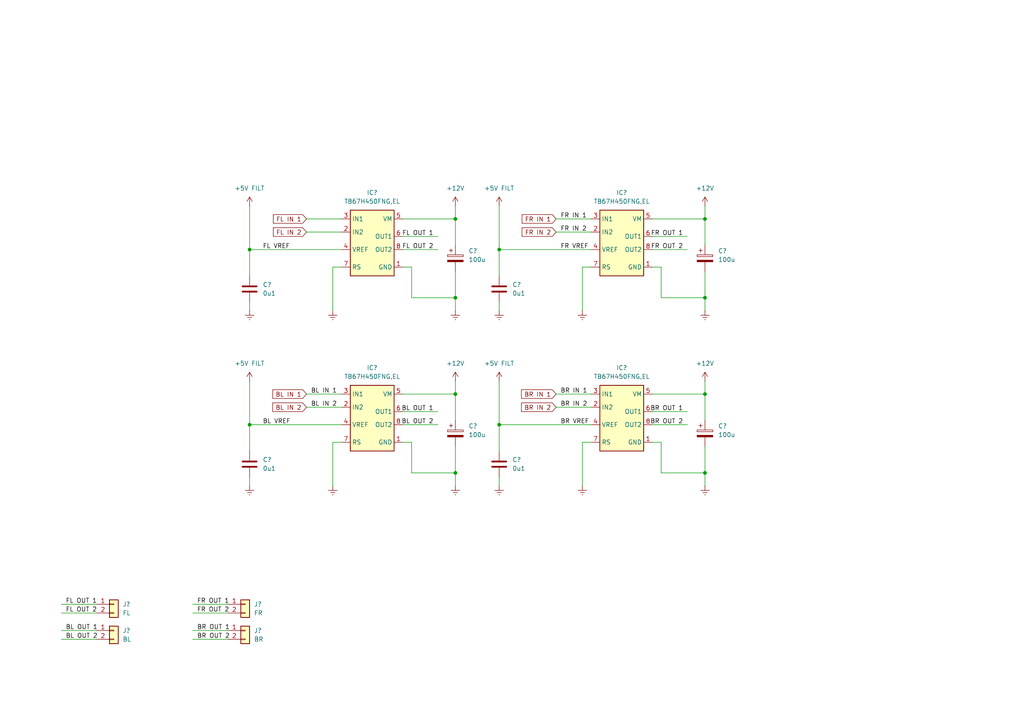
<source format=kicad_sch>
(kicad_sch (version 20231120) (generator "eeschema") (generator_version "8.0")
  (paper "A4")
  (lib_symbols
    (symbol "Connector_Generic:Conn_01x02" (pin_names (offset 1.016) hide)
      (property "Reference" "J" (at 0 2.54 0))
      (property "Value" "Conn_01x02" (at 0 -5.08 0))
      (symbol "Conn_01x02_1_1"
        (rectangle (start -1.27 -2.413) (end 0 -2.667) (stroke (width 0.1524)))
        (rectangle (start -1.27 0.127) (end 0 -0.127) (stroke (width 0.1524)))
        (rectangle (start -1.27 1.27) (end 1.27 -3.81) (stroke (width 0.254)) (fill (type background)))
        (pin passive line (at -5.08 0 0) (length 3.81) (name "Pin_1") (number "1"))
        (pin passive line (at -5.08 -2.54 0) (length 3.81) (name "Pin_2") (number "2"))
      )
    )
    (symbol "Device:C" (pin_numbers hide) (pin_names (offset 0.254))
      (property "Reference" "C" (at 0.635 2.54 0))
      (property "Value" "C" (at 0.635 -2.54 0))
      (symbol "C_0_1"
        (polyline (pts (xy -2.032 -0.762) (xy 2.032 -0.762)) (stroke (width 0.508)))
        (polyline (pts (xy -2.032 0.762) (xy 2.032 0.762)) (stroke (width 0.508)))
      )
      (symbol "C_1_1"
        (pin passive line (at 0 3.81 270) (length 2.794) (name "~") (number "1"))
        (pin passive line (at 0 -3.81 90) (length 2.794) (name "~") (number "2"))
      )
    )
    (symbol "Device:C_Polarized" (pin_numbers hide) (pin_names (offset 0.254))
      (property "Reference" "C" (at 0.635 2.54 0))
      (property "Value" "C_Polarized" (at 0.635 -2.54 0))
      (symbol "C_Polarized_0_1"
        (rectangle (start -2.286 0.508) (end 2.286 1.016))
        (polyline (pts (xy -1.778 2.286) (xy -0.762 2.286)))
        (polyline (pts (xy -1.27 2.794) (xy -1.27 1.778)))
        (rectangle (start 2.286 -0.508) (end -2.286 -1.016) (fill (type outline)))
      )
      (symbol "C_Polarized_1_1"
        (pin passive line (at 0 3.81 270) (length 2.794) (name "~") (number "1"))
        (pin passive line (at 0 -3.81 90) (length 2.794) (name "~") (number "2"))
      )
    )
    (symbol "power:+12V" (power) (pin_numbers hide) (pin_names (offset 0) hide)
      (property "Value" "+12V" (at 0 3.556 0))
      (symbol "+12V_0_1"
        (polyline (pts (xy -0.762 1.27) (xy 0 2.54)))
        (polyline (pts (xy 0 0) (xy 0 2.54)))
        (polyline (pts (xy 0 2.54) (xy 0.762 1.27)))
      )
      (symbol "+12V_1_1"
        (pin power_in line (at 0 0 90) (length 0) (name "~") (number "1"))
      )
    )
    (symbol "power:+5V" (power) (pin_numbers hide) (pin_names (offset 0) hide)
      (property "Value" "+5V" (at 0 3.556 0))
      (symbol "+5V_0_1"
        (polyline (pts (xy -0.762 1.27) (xy 0 2.54)))
        (polyline (pts (xy 0 0) (xy 0 2.54)))
        (polyline (pts (xy 0 2.54) (xy 0.762 1.27)))
      )
      (symbol "+5V_1_1"
        (pin power_in line (at 0 0 90) (length 0) (name "~") (number "1"))
      )
    )
    (symbol "power:GNDREF" (power) (pin_numbers hide) (pin_names (offset 0) hide)
      (property "Value" "GNDREF" (at 0 -3.81 0))
      (symbol "GNDREF_0_1"
        (polyline (pts (xy -0.635 -1.905) (xy 0.635 -1.905)))
        (polyline (pts (xy -0.127 -2.54) (xy 0.127 -2.54)))
        (polyline (pts (xy 0 -1.27) (xy 0 0)))
        (polyline (pts (xy 1.27 -1.27) (xy -1.27 -1.27)))
      )
      (symbol "GNDREF_1_1"
        (pin power_in line (at 0 0 270) (length 0) (name "~") (number "1"))
      )
    )
    (symbol "vincent:TB67H450FNG,EL"
      (property "Reference" "IC" (at 2.54 7.366 0))
      (property "Value" "TB67H450FNG,EL" (at 2.54 4.826 0))
      (symbol "TB67H450FNG,EL_1_1"
        (rectangle (start 2.54 2.54) (end 15.24 -16.51) (stroke (width 0.254)) (fill (type background)))
        (pin passive line (at 17.78 -13.97 180) (length 2.54) (name "GND") (number "1"))
        (pin passive line (at 0 -3.81 0) (length 2.54) (name "IN2") (number "2"))
        (pin passive line (at 0 0 0) (length 2.54) (name "IN1") (number "3"))
        (pin passive line (at 0 -8.89 0) (length 2.54) (name "VREF") (number "4"))
        (pin passive line (at 17.78 0 180) (length 2.54) (name "VM") (number "5"))
        (pin passive line (at 17.78 -5.08 180) (length 2.54) (name "OUT1") (number "6"))
        (pin passive line (at 0 -13.97 0) (length 2.54) (name "RS") (number "7"))
        (pin passive line (at 17.78 -8.89 180) (length 2.54) (name "OUT2") (number "8"))
        (pin passive line (at 17.78 -13.97 180) (length 2.54) hide (name "EP") (number "9"))
      )
    )
  )
  (junction (at 132.08 63.5))
  (junction (at 144.78 72.39))
  (junction (at 204.47 86.36))
  (junction (at 132.08 137.16))
  (junction (at 132.08 86.36))
  (junction (at 72.39 72.39))
  (junction (at 72.39 123.19))
  (junction (at 204.47 114.3))
  (junction (at 204.47 137.16))
  (junction (at 204.47 63.5))
  (junction (at 132.08 114.3))
  (junction (at 144.78 123.19))
  (wire (pts (xy 119.38 86.36) (xy 132.08 86.36)))
  (wire (pts (xy 204.47 121.92) (xy 204.47 114.3)))
  (wire (pts (xy 55.88 185.42) (xy 66.04 185.42)))
  (wire (pts (xy 17.78 185.42) (xy 27.94 185.42)))
  (wire (pts (xy 119.38 137.16) (xy 119.38 128.27)))
  (wire (pts (xy 189.23 119.38) (xy 199.39 119.38)))
  (wire (pts (xy 191.77 86.36) (xy 204.47 86.36)))
  (wire (pts (xy 144.78 72.39) (xy 144.78 80.01)))
  (wire (pts (xy 72.39 72.39) (xy 72.39 80.01)))
  (wire (pts (xy 119.38 128.27) (xy 116.84 128.27)))
  (wire (pts (xy 144.78 110.49) (xy 144.78 123.19)))
  (wire (pts (xy 191.77 77.47) (xy 189.23 77.47)))
  (wire (pts (xy 17.78 175.26) (xy 27.94 175.26)))
  (wire (pts (xy 17.78 182.88) (xy 27.94 182.88)))
  (wire (pts (xy 144.78 87.63) (xy 144.78 90.17)))
  (wire (pts (xy 144.78 72.39) (xy 171.45 72.39)))
  (wire (pts (xy 55.88 182.88) (xy 66.04 182.88)))
  (wire (pts (xy 55.88 177.8) (xy 66.04 177.8)))
  (wire (pts (xy 144.78 123.19) (xy 171.45 123.19)))
  (wire (pts (xy 144.78 59.69) (xy 144.78 72.39)))
  (wire (pts (xy 204.47 129.54) (xy 204.47 137.16)))
  (wire (pts (xy 204.47 63.5) (xy 189.23 63.5)))
  (wire (pts (xy 119.38 86.36) (xy 119.38 77.47)))
  (wire (pts (xy 55.88 175.26) (xy 66.04 175.26)))
  (wire (pts (xy 99.06 128.27) (xy 96.52 128.27)))
  (wire (pts (xy 99.06 63.5) (xy 88.9 63.5)))
  (wire (pts (xy 189.23 68.58) (xy 199.39 68.58)))
  (wire (pts (xy 116.84 123.19) (xy 127 123.19)))
  (wire (pts (xy 132.08 78.74) (xy 132.08 86.36)))
  (wire (pts (xy 191.77 137.16) (xy 191.77 128.27)))
  (wire (pts (xy 171.45 118.11) (xy 161.29 118.11)))
  (wire (pts (xy 171.45 128.27) (xy 168.91 128.27)))
  (wire (pts (xy 191.77 128.27) (xy 189.23 128.27)))
  (wire (pts (xy 72.39 87.63) (xy 72.39 90.17)))
  (wire (pts (xy 132.08 63.5) (xy 116.84 63.5)))
  (wire (pts (xy 99.06 77.47) (xy 96.52 77.47)))
  (wire (pts (xy 132.08 129.54) (xy 132.08 137.16)))
  (wire (pts (xy 132.08 86.36) (xy 132.08 90.17)))
  (wire (pts (xy 72.39 123.19) (xy 99.06 123.19)))
  (wire (pts (xy 99.06 114.3) (xy 88.9 114.3)))
  (wire (pts (xy 99.06 118.11) (xy 88.9 118.11)))
  (wire (pts (xy 204.47 78.74) (xy 204.47 86.36)))
  (wire (pts (xy 144.78 123.19) (xy 144.78 130.81)))
  (wire (pts (xy 189.23 123.19) (xy 199.39 123.19)))
  (wire (pts (xy 132.08 137.16) (xy 132.08 140.97)))
  (wire (pts (xy 116.84 68.58) (xy 127 68.58)))
  (wire (pts (xy 116.84 72.39) (xy 127 72.39)))
  (wire (pts (xy 132.08 114.3) (xy 116.84 114.3)))
  (wire (pts (xy 171.45 63.5) (xy 161.29 63.5)))
  (wire (pts (xy 119.38 137.16) (xy 132.08 137.16)))
  (wire (pts (xy 116.84 119.38) (xy 127 119.38)))
  (wire (pts (xy 171.45 67.31) (xy 161.29 67.31)))
  (wire (pts (xy 132.08 121.92) (xy 132.08 114.3)))
  (wire (pts (xy 132.08 110.49) (xy 132.08 114.3)))
  (wire (pts (xy 96.52 77.47) (xy 96.52 90.17)))
  (wire (pts (xy 204.47 86.36) (xy 204.47 90.17)))
  (wire (pts (xy 204.47 59.69) (xy 204.47 63.5)))
  (wire (pts (xy 72.39 123.19) (xy 72.39 130.81)))
  (wire (pts (xy 72.39 110.49) (xy 72.39 123.19)))
  (wire (pts (xy 132.08 71.12) (xy 132.08 63.5)))
  (wire (pts (xy 191.77 137.16) (xy 204.47 137.16)))
  (wire (pts (xy 204.47 71.12) (xy 204.47 63.5)))
  (wire (pts (xy 132.08 59.69) (xy 132.08 63.5)))
  (wire (pts (xy 189.23 72.39) (xy 199.39 72.39)))
  (wire (pts (xy 204.47 110.49) (xy 204.47 114.3)))
  (wire (pts (xy 171.45 77.47) (xy 168.91 77.47)))
  (wire (pts (xy 17.78 177.8) (xy 27.94 177.8)))
  (wire (pts (xy 204.47 114.3) (xy 189.23 114.3)))
  (wire (pts (xy 204.47 137.16) (xy 204.47 140.97)))
  (wire (pts (xy 168.91 77.47) (xy 168.91 90.17)))
  (wire (pts (xy 144.78 138.43) (xy 144.78 140.97)))
  (wire (pts (xy 72.39 72.39) (xy 99.06 72.39)))
  (wire (pts (xy 119.38 77.47) (xy 116.84 77.47)))
  (wire (pts (xy 168.91 128.27) (xy 168.91 140.97)))
  (wire (pts (xy 72.39 59.69) (xy 72.39 72.39)))
  (wire (pts (xy 96.52 128.27) (xy 96.52 140.97)))
  (wire (pts (xy 99.06 67.31) (xy 88.9 67.31)))
  (wire (pts (xy 72.39 138.43) (xy 72.39 140.97)))
  (wire (pts (xy 171.45 114.3) (xy 161.29 114.3)))
  (wire (pts (xy 191.77 86.36) (xy 191.77 77.47)))
  (label "FL OUT 2" (at 19.05 177.8 0))
  (label "FR IN 1" (at 162.56 63.5 0))
  (label "BR VREF" (at 162.56 123.19 0))
  (label "FR OUT 2" (at 198.12 72.39 180))
  (label "BL OUT 2" (at 125.73 123.19 180))
  (label "BL OUT 1" (at 19.05 182.88 0))
  (label "BR IN 1" (at 162.56 114.3 0))
  (label "BL IN 2" (at 90.17 118.11 0))
  (label "BL IN 1" (at 90.17 114.3 0))
  (label "BL VREF" (at 76.2 123.19 0))
  (label "FL VREF" (at 76.2 72.39 0))
  (label "FR OUT 1" (at 57.15 175.26 0))
  (label "BR OUT 1" (at 57.15 182.88 0))
  (label "FL OUT 1" (at 125.73 68.58 180))
  (label "BL OUT 1" (at 125.73 119.38 180))
  (label "FR OUT 1" (at 198.12 68.58 180))
  (label "BL OUT 2" (at 19.05 185.42 0))
  (label "FR OUT 2" (at 57.15 177.8 0))
  (label "BR IN 2" (at 162.56 118.11 0))
  (label "BR OUT 1" (at 198.12 119.38 180))
  (label "BR OUT 2" (at 57.15 185.42 0))
  (label "FR IN 2" (at 162.56 67.31 0))
  (label "FL OUT 2" (at 125.73 72.39 180))
  (label "FR VREF" (at 162.56 72.39 0))
  (label "BR OUT 2" (at 198.12 123.19 180))
  (label "FL OUT 1" (at 19.05 175.26 0))
  (global_label "BR IN 1" (shape input) (at 161.29 114.3 180) (property "Intersheetrefs" "${INTERSHEET_REFS}" (effects (hide yes))))
  (global_label "BL IN 1" (shape input) (at 88.9 114.3 180) (property "Intersheetrefs" "${INTERSHEET_REFS}" (effects (hide yes))))
  (global_label "FL IN 2" (shape input) (at 88.9 67.31 180) (property "Intersheetrefs" "${INTERSHEET_REFS}" (effects (hide yes))))
  (global_label "FR IN 1" (shape input) (at 161.29 63.5 180) (property "Intersheetrefs" "${INTERSHEET_REFS}" (effects (hide yes))))
  (global_label "FL IN 1" (shape input) (at 88.9 63.5 180) (property "Intersheetrefs" "${INTERSHEET_REFS}" (effects (hide yes))))
  (global_label "BR IN 2" (shape input) (at 161.29 118.11 180) (property "Intersheetrefs" "${INTERSHEET_REFS}" (effects (hide yes))))
  (global_label "FR IN 2" (shape input) (at 161.29 67.31 180) (property "Intersheetrefs" "${INTERSHEET_REFS}" (effects (hide yes))))
  (global_label "BL IN 2" (shape input) (at 88.9 118.11 180) (property "Intersheetrefs" "${INTERSHEET_REFS}" (effects (hide yes))))
  (symbol (lib_id "vincent:TB67H450FNG,EL") (at 171.45 63.5 0) (unit 1)
    (property "Reference" "IC?" (at 180.34 55.88 0))
    (property "Value" "TB67H450FNG,EL" (at 180.34 58.42 0))
    (property "Footprint" "Library:P-HSOP8-0405-1p27-001_TOS" (effects (hide yes)))
    (property "Datasheet" "http://toshiba.semicon-storage.com/info/docget.jsp?did=65346&prodName=TB67H450FNG" (effects (hide yes)))
    (property "Description" "Motor / Motion / Ignition Controllers & Drivers Brushed Motor Driver IC, 50V, 3.5A, TSSOP8 Package, PB-FREE" (effects (hide yes)))
    (property "Height" "1.75" (effects (hide yes)))
    (property "Mouser Part Number" "757-TB67H450FNGEL" (effects (hide yes)))
    (property "Mouser Price/Stock" "https://www.mouser.co.uk/ProductDetail/Toshiba/TB67H450FNGEL?qs=h6V4JsTaLXeReNg2bp0jug%3D%3D" (effects (hide yes)))
    (property "Manufacturer_Name" "Toshiba" (effects (hide yes)))
    (property "Manufacturer_Part_Number" "TB67H450FNG,EL" (effects (hide yes)))
  )
  (symbol (lib_id "Device:C_Polarized") (at 132.08 74.93 0) (unit 1)
    (property "Reference" "C?" (at 135.89 72.7709 0) (effects (justify left)))
    (property "Value" "100u" (at 135.89 75.3109 0) (effects (justify left)))
    (property "Footprint" "Capacitor_THT:CP_Radial_D8.0mm_P3.50mm" (effects (hide yes)))
    (property "Description" "Polarized capacitor" (effects (hide yes)))
  )
  (symbol (lib_id "power:+5V") (at 144.78 110.49 0) (unit 1)
    (property "Reference" "#PWR?" (effects (hide yes)))
    (property "Value" "+5V FILT" (at 144.78 105.41 0))
    (property "Description" "Power symbol creates a global label with name \"+5V\"" (effects (hide yes)))
  )
  (symbol (lib_id "power:+12V") (at 132.08 59.69 0) (unit 1)
    (property "Reference" "#PWR?" (effects (hide yes)))
    (property "Value" "+12V" (at 132.08 54.61 0))
    (property "Description" "Power symbol creates a global label with name \"+12V\"" (effects (hide yes)))
  )
  (symbol (lib_id "power:+12V") (at 132.08 110.49 0) (unit 1)
    (property "Reference" "#PWR?" (effects (hide yes)))
    (property "Value" "+12V" (at 132.08 105.41 0))
    (property "Description" "Power symbol creates a global label with name \"+12V\"" (effects (hide yes)))
  )
  (symbol (lib_id "power:GNDREF") (at 204.47 90.17 0) (unit 1)
    (property "Reference" "#PWR?" (effects (hide yes)))
    (property "Value" "GNDREF" (effects (hide yes)))
    (property "Description" "Power symbol creates a global label with name \"GNDREF\" , reference supply ground" (effects (hide yes)))
  )
  (symbol (lib_id "power:GNDREF") (at 168.91 90.17 0) (unit 1)
    (property "Reference" "#PWR?" (effects (hide yes)))
    (property "Value" "GNDREF" (effects (hide yes)))
    (property "Description" "Power symbol creates a global label with name \"GNDREF\" , reference supply ground" (effects (hide yes)))
  )
  (symbol (lib_id "Device:C_Polarized") (at 132.08 125.73 0) (unit 1)
    (property "Reference" "C?" (at 135.89 123.5709 0) (effects (justify left)))
    (property "Value" "100u" (at 135.89 126.1109 0) (effects (justify left)))
    (property "Footprint" "Capacitor_THT:CP_Radial_D8.0mm_P3.50mm" (effects (hide yes)))
    (property "Description" "Polarized capacitor" (effects (hide yes)))
  )
  (symbol (lib_id "power:GNDREF") (at 72.39 90.17 0) (unit 1)
    (property "Reference" "#PWR?" (effects (hide yes)))
    (property "Value" "GNDREF" (effects (hide yes)))
    (property "Description" "Power symbol creates a global label with name \"GNDREF\" , reference supply ground" (effects (hide yes)))
  )
  (symbol (lib_id "power:GNDREF") (at 96.52 90.17 0) (unit 1)
    (property "Reference" "#PWR?" (effects (hide yes)))
    (property "Value" "GNDREF" (effects (hide yes)))
    (property "Description" "Power symbol creates a global label with name \"GNDREF\" , reference supply ground" (effects (hide yes)))
  )
  (symbol (lib_id "power:+5V") (at 144.78 59.69 0) (unit 1)
    (property "Reference" "#PWR?" (effects (hide yes)))
    (property "Value" "+5V FILT" (at 144.78 54.61 0))
    (property "Description" "Power symbol creates a global label with name \"+5V\"" (effects (hide yes)))
  )
  (symbol (lib_id "power:GNDREF") (at 144.78 140.97 0) (unit 1)
    (property "Reference" "#PWR?" (effects (hide yes)))
    (property "Value" "GNDREF" (effects (hide yes)))
    (property "Description" "Power symbol creates a global label with name \"GNDREF\" , reference supply ground" (effects (hide yes)))
  )
  (symbol (lib_id "Connector_Generic:Conn_01x02") (at 71.12 182.88 0) (unit 1)
    (property "Reference" "J?" (at 73.66 182.8799 0) (effects (justify left)))
    (property "Value" "BR" (at 73.66 185.4199 0) (effects (justify left)))
    (property "Footprint" "Connector_JST:JST_XH_S2B-XH-A_1x02_P2.50mm_Horizontal" (effects (hide yes)))
    (property "Description" "Generic connector, single row, 01x02, script generated (kicad-library-utils/schlib/autogen/connector/)" (effects (hide yes)))
  )
  (symbol (lib_id "power:+12V") (at 204.47 110.49 0) (unit 1)
    (property "Reference" "#PWR?" (effects (hide yes)))
    (property "Value" "+12V" (at 204.47 105.41 0))
    (property "Description" "Power symbol creates a global label with name \"+12V\"" (effects (hide yes)))
  )
  (symbol (lib_id "Device:C") (at 72.39 83.82 0) (unit 1)
    (property "Reference" "C?" (at 76.2 82.5499 0) (effects (justify left)))
    (property "Value" "0u1" (at 76.2 85.0899 0) (effects (justify left)))
    (property "Footprint" "Library:cap0603" (effects (hide yes)))
    (property "Description" "Unpolarized capacitor" (effects (hide yes)))
  )
  (symbol (lib_id "Device:C_Polarized") (at 204.47 74.93 0) (unit 1)
    (property "Reference" "C?" (at 208.28 72.7709 0) (effects (justify left)))
    (property "Value" "100u" (at 208.28 75.3109 0) (effects (justify left)))
    (property "Footprint" "Capacitor_THT:CP_Radial_D8.0mm_P3.50mm" (effects (hide yes)))
    (property "Description" "Polarized capacitor" (effects (hide yes)))
  )
  (symbol (lib_id "vincent:TB67H450FNG,EL") (at 99.06 63.5 0) (unit 1)
    (property "Reference" "IC?" (at 107.95 55.88 0))
    (property "Value" "TB67H450FNG,EL" (at 107.95 58.42 0))
    (property "Footprint" "Library:P-HSOP8-0405-1p27-001_TOS" (effects (hide yes)))
    (property "Datasheet" "http://toshiba.semicon-storage.com/info/docget.jsp?did=65346&prodName=TB67H450FNG" (effects (hide yes)))
    (property "Description" "Motor / Motion / Ignition Controllers & Drivers Brushed Motor Driver IC, 50V, 3.5A, TSSOP8 Package, PB-FREE" (effects (hide yes)))
    (property "Height" "1.75" (effects (hide yes)))
    (property "Mouser Part Number" "757-TB67H450FNGEL" (effects (hide yes)))
    (property "Mouser Price/Stock" "https://www.mouser.co.uk/ProductDetail/Toshiba/TB67H450FNGEL?qs=h6V4JsTaLXeReNg2bp0jug%3D%3D" (effects (hide yes)))
    (property "Manufacturer_Name" "Toshiba" (effects (hide yes)))
    (property "Manufacturer_Part_Number" "TB67H450FNG,EL" (effects (hide yes)))
  )
  (symbol (lib_id "power:GNDREF") (at 204.47 140.97 0) (unit 1)
    (property "Reference" "#PWR?" (effects (hide yes)))
    (property "Value" "GNDREF" (effects (hide yes)))
    (property "Description" "Power symbol creates a global label with name \"GNDREF\" , reference supply ground" (effects (hide yes)))
  )
  (symbol (lib_id "power:+5V") (at 72.39 110.49 0) (unit 1)
    (property "Reference" "#PWR?" (effects (hide yes)))
    (property "Value" "+5V FILT" (at 72.39 105.41 0))
    (property "Description" "Power symbol creates a global label with name \"+5V\"" (effects (hide yes)))
  )
  (symbol (lib_id "power:GNDREF") (at 96.52 140.97 0) (unit 1)
    (property "Reference" "#PWR?" (effects (hide yes)))
    (property "Value" "GNDREF" (effects (hide yes)))
    (property "Description" "Power symbol creates a global label with name \"GNDREF\" , reference supply ground" (effects (hide yes)))
  )
  (symbol (lib_id "Device:C") (at 144.78 134.62 0) (unit 1)
    (property "Reference" "C?" (at 148.59 133.3499 0) (effects (justify left)))
    (property "Value" "0u1" (at 148.59 135.8899 0) (effects (justify left)))
    (property "Footprint" "Library:cap0603" (effects (hide yes)))
    (property "Description" "Unpolarized capacitor" (effects (hide yes)))
  )
  (symbol (lib_id "vincent:TB67H450FNG,EL") (at 99.06 114.3 0) (unit 1)
    (property "Reference" "IC?" (at 107.95 106.68 0))
    (property "Value" "TB67H450FNG,EL" (at 107.95 109.22 0))
    (property "Footprint" "Library:P-HSOP8-0405-1p27-001_TOS" (effects (hide yes)))
    (property "Datasheet" "http://toshiba.semicon-storage.com/info/docget.jsp?did=65346&prodName=TB67H450FNG" (effects (hide yes)))
    (property "Description" "Motor / Motion / Ignition Controllers & Drivers Brushed Motor Driver IC, 50V, 3.5A, TSSOP8 Package, PB-FREE" (effects (hide yes)))
    (property "Height" "1.75" (effects (hide yes)))
    (property "Mouser Part Number" "757-TB67H450FNGEL" (effects (hide yes)))
    (property "Mouser Price/Stock" "https://www.mouser.co.uk/ProductDetail/Toshiba/TB67H450FNGEL?qs=h6V4JsTaLXeReNg2bp0jug%3D%3D" (effects (hide yes)))
    (property "Manufacturer_Name" "Toshiba" (effects (hide yes)))
    (property "Manufacturer_Part_Number" "TB67H450FNG,EL" (effects (hide yes)))
  )
  (symbol (lib_id "Connector_Generic:Conn_01x02") (at 33.02 182.88 0) (unit 1)
    (property "Reference" "J?" (at 35.56 182.8799 0) (effects (justify left)))
    (property "Value" "BL" (at 35.56 185.4199 0) (effects (justify left)))
    (property "Footprint" "Connector_JST:JST_XH_S2B-XH-A_1x02_P2.50mm_Horizontal" (effects (hide yes)))
    (property "Description" "Generic connector, single row, 01x02, script generated (kicad-library-utils/schlib/autogen/connector/)" (effects (hide yes)))
  )
  (symbol (lib_id "power:GNDREF") (at 72.39 140.97 0) (unit 1)
    (property "Reference" "#PWR?" (effects (hide yes)))
    (property "Value" "GNDREF" (effects (hide yes)))
    (property "Description" "Power symbol creates a global label with name \"GNDREF\" , reference supply ground" (effects (hide yes)))
  )
  (symbol (lib_id "Device:C_Polarized") (at 204.47 125.73 0) (unit 1)
    (property "Reference" "C?" (at 208.28 123.5709 0) (effects (justify left)))
    (property "Value" "100u" (at 208.28 126.1109 0) (effects (justify left)))
    (property "Footprint" "Capacitor_THT:CP_Radial_D8.0mm_P3.50mm" (effects (hide yes)))
    (property "Description" "Polarized capacitor" (effects (hide yes)))
  )
  (symbol (lib_id "Device:C") (at 72.39 134.62 0) (unit 1)
    (property "Reference" "C?" (at 76.2 133.3499 0) (effects (justify left)))
    (property "Value" "0u1" (at 76.2 135.8899 0) (effects (justify left)))
    (property "Footprint" "Library:cap0603" (effects (hide yes)))
    (property "Description" "Unpolarized capacitor" (effects (hide yes)))
  )
  (symbol (lib_id "power:GNDREF") (at 144.78 90.17 0) (unit 1)
    (property "Reference" "#PWR?" (effects (hide yes)))
    (property "Value" "GNDREF" (effects (hide yes)))
    (property "Description" "Power symbol creates a global label with name \"GNDREF\" , reference supply ground" (effects (hide yes)))
  )
  (symbol (lib_id "Connector_Generic:Conn_01x02") (at 33.02 175.26 0) (unit 1)
    (property "Reference" "J?" (at 35.56 175.2599 0) (effects (justify left)))
    (property "Value" "FL" (at 35.56 177.7999 0) (effects (justify left)))
    (property "Footprint" "Connector_JST:JST_XH_S2B-XH-A_1x02_P2.50mm_Horizontal" (effects (hide yes)))
    (property "Description" "Generic connector, single row, 01x02, script generated (kicad-library-utils/schlib/autogen/connector/)" (effects (hide yes)))
  )
  (symbol (lib_id "power:GNDREF") (at 132.08 90.17 0) (unit 1)
    (property "Reference" "#PWR?" (effects (hide yes)))
    (property "Value" "GNDREF" (effects (hide yes)))
    (property "Description" "Power symbol creates a global label with name \"GNDREF\" , reference supply ground" (effects (hide yes)))
  )
  (symbol (lib_id "power:+5V") (at 72.39 59.69 0) (unit 1)
    (property "Reference" "#PWR?" (effects (hide yes)))
    (property "Value" "+5V FILT" (at 72.39 54.61 0))
    (property "Description" "Power symbol creates a global label with name \"+5V\"" (effects (hide yes)))
  )
  (symbol (lib_id "Device:C") (at 144.78 83.82 0) (unit 1)
    (property "Reference" "C?" (at 148.59 82.5499 0) (effects (justify left)))
    (property "Value" "0u1" (at 148.59 85.0899 0) (effects (justify left)))
    (property "Footprint" "Library:cap0603" (effects (hide yes)))
    (property "Description" "Unpolarized capacitor" (effects (hide yes)))
  )
  (symbol (lib_id "power:GNDREF") (at 132.08 140.97 0) (unit 1)
    (property "Reference" "#PWR?" (effects (hide yes)))
    (property "Value" "GNDREF" (effects (hide yes)))
    (property "Description" "Power symbol creates a global label with name \"GNDREF\" , reference supply ground" (effects (hide yes)))
  )
  (symbol (lib_id "vincent:TB67H450FNG,EL") (at 171.45 114.3 0) (unit 1)
    (property "Reference" "IC?" (at 180.34 106.68 0))
    (property "Value" "TB67H450FNG,EL" (at 180.34 109.22 0))
    (property "Footprint" "Library:P-HSOP8-0405-1p27-001_TOS" (effects (hide yes)))
    (property "Datasheet" "http://toshiba.semicon-storage.com/info/docget.jsp?did=65346&prodName=TB67H450FNG" (effects (hide yes)))
    (property "Description" "Motor / Motion / Ignition Controllers & Drivers Brushed Motor Driver IC, 50V, 3.5A, TSSOP8 Package, PB-FREE" (effects (hide yes)))
    (property "Height" "1.75" (effects (hide yes)))
    (property "Mouser Part Number" "757-TB67H450FNGEL" (effects (hide yes)))
    (property "Mouser Price/Stock" "https://www.mouser.co.uk/ProductDetail/Toshiba/TB67H450FNGEL?qs=h6V4JsTaLXeReNg2bp0jug%3D%3D" (effects (hide yes)))
    (property "Manufacturer_Name" "Toshiba" (effects (hide yes)))
    (property "Manufacturer_Part_Number" "TB67H450FNG,EL" (effects (hide yes)))
  )
  (symbol (lib_id "Connector_Generic:Conn_01x02") (at 71.12 175.26 0) (unit 1)
    (property "Reference" "J?" (at 73.66 175.2599 0) (effects (justify left)))
    (property "Value" "FR" (at 73.66 177.7999 0) (effects (justify left)))
    (property "Footprint" "Connector_JST:JST_XH_S2B-XH-A_1x02_P2.50mm_Horizontal" (effects (hide yes)))
    (property "Description" "Generic connector, single row, 01x02, script generated (kicad-library-utils/schlib/autogen/connector/)" (effects (hide yes)))
  )
  (symbol (lib_id "power:GNDREF") (at 168.91 140.97 0) (unit 1)
    (property "Reference" "#PWR?" (effects (hide yes)))
    (property "Value" "GNDREF" (effects (hide yes)))
    (property "Description" "Power symbol creates a global label with name \"GNDREF\" , reference supply ground" (effects (hide yes)))
  )
  (symbol (lib_id "power:+12V") (at 204.47 59.69 0) (unit 1)
    (property "Reference" "#PWR?" (effects (hide yes)))
    (property "Value" "+12V" (at 204.47 54.61 0))
    (property "Description" "Power symbol creates a global label with name \"+12V\"" (effects (hide yes)))
  )
)
</source>
